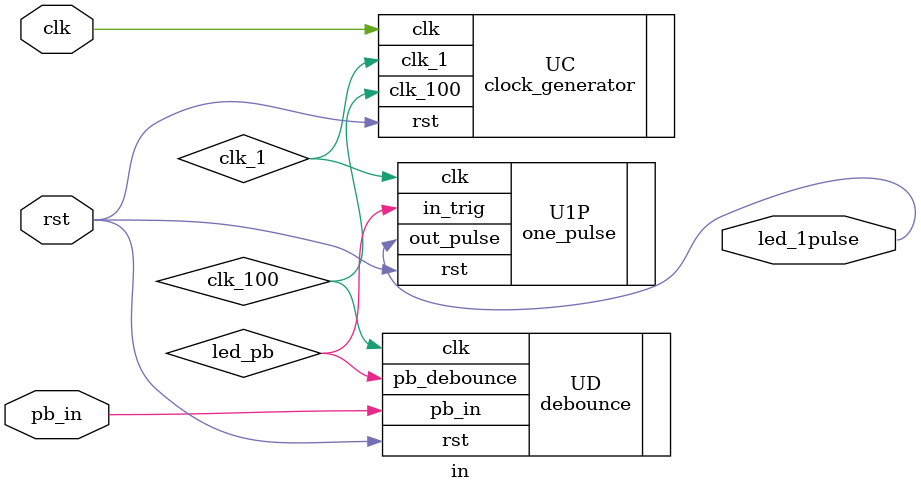
<source format=v>
`timescale 1ns / 1ps


module in(
    clk,
    rst,
    pb_in,
    led_1pulse
    );
    input clk;
    input rst;
    input pb_in;
    output led_1pulse;
    wire clk_1;
    wire clk_100;
    wire led_pb;
    clock_generator UC (
        .clk(clk),
        .rst(rst),
        .clk_1(clk_1),
        .clk_100(clk_100)
        );
    debounce UD (
        .clk(clk_100), 
        .rst(rst),
        .pb_in(pb_in),
        .pb_debounce(led_pb)
        );
    one_pulse U1P(
        .clk(clk_1),
        .rst(rst),
        .in_trig(led_pb),
        .out_pulse(led_1pulse)
        );
endmodule

</source>
